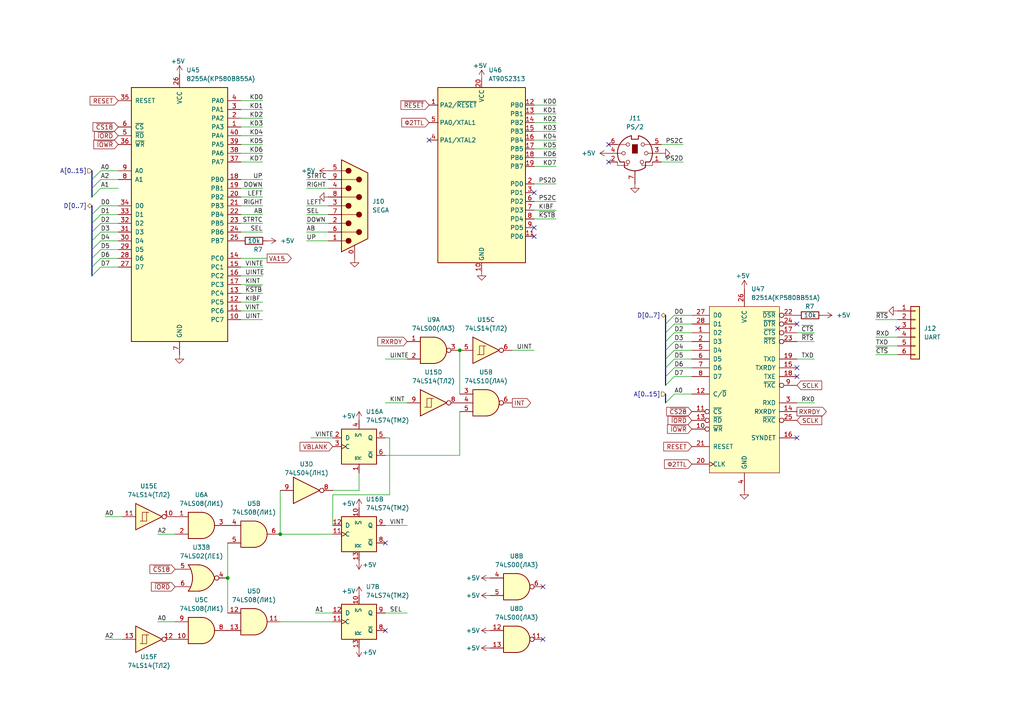
<source format=kicad_sch>
(kicad_sch (version 20230121) (generator eeschema)
  (paper "A4")
  (title_block (title "Pacific-80") (date "2023-10-11") (rev "2"))
  (lib_symbols
    (symbol "74xx:74LS00" (pin_names (offset 1.016))
      (property "Reference" "U" (at 0 1.27 0))
      (property "Value" "74LS00" (at 0 -1.27 0))
      (symbol "74LS00_1_1"
        (pin input line (at -7.62 2.54 0) (length 3.81) (name "~") (number "1"))
        (pin input line (at -7.62 -2.54 0) (length 3.81) (name "~") (number "2"))
        (pin output inverted (at 7.62 0 180) (length 3.81) (name "~") (number "3"))
      )
      (symbol "74LS00_1_2"
        (pin input inverted (at -7.62 2.54 0) (length 4.318) (name "~") (number "1"))
        (pin input inverted (at -7.62 -2.54 0) (length 4.318) (name "~") (number "2"))
        (pin output line (at 7.62 0 180) (length 3.81) (name "~") (number "3"))
      )
      (symbol "74LS00_2_1"
        (pin input line (at -7.62 2.54 0) (length 3.81) (name "~") (number "4"))
        (pin input line (at -7.62 -2.54 0) (length 3.81) (name "~") (number "5"))
        (pin output inverted (at 7.62 0 180) (length 3.81) (name "~") (number "6"))
      )
      (symbol "74LS00_2_2"
        (pin input inverted (at -7.62 2.54 0) (length 4.318) (name "~") (number "4"))
        (pin input inverted (at -7.62 -2.54 0) (length 4.318) (name "~") (number "5"))
        (pin output line (at 7.62 0 180) (length 3.81) (name "~") (number "6"))
      )
      (symbol "74LS00_3_1"
        (pin input line (at -7.62 -2.54 0) (length 3.81) (name "~") (number "10"))
        (pin output inverted (at 7.62 0 180) (length 3.81) (name "~") (number "8"))
        (pin input line (at -7.62 2.54 0) (length 3.81) (name "~") (number "9"))
      )
      (symbol "74LS00_3_2"
        (pin input inverted (at -7.62 -2.54 0) (length 4.318) (name "~") (number "10"))
        (pin output line (at 7.62 0 180) (length 3.81) (name "~") (number "8"))
        (pin input inverted (at -7.62 2.54 0) (length 4.318) (name "~") (number "9"))
      )
      (symbol "74LS00_4_1"
        (pin output inverted (at 7.62 0 180) (length 3.81) (name "~") (number "11"))
        (pin input line (at -7.62 2.54 0) (length 3.81) (name "~") (number "12"))
        (pin input line (at -7.62 -2.54 0) (length 3.81) (name "~") (number "13"))
      )
      (symbol "74LS00_4_2"
        (pin output line (at 7.62 0 180) (length 3.81) (name "~") (number "11"))
        (pin input inverted (at -7.62 2.54 0) (length 4.318) (name "~") (number "12"))
        (pin input inverted (at -7.62 -2.54 0) (length 4.318) (name "~") (number "13"))
      )
      (symbol "74LS00_5_0"
        (pin power_in line (at 0 12.7 270) (length 5.08) (name "VCC") (number "14"))
        (pin power_in line (at 0 -12.7 90) (length 5.08) (name "GND") (number "7"))
      )
    )
    (symbol "74xx:74LS02" (pin_names (offset 1.016))
      (property "Reference" "U" (at 0 1.27 0))
      (property "Value" "74LS02" (at 0 -1.27 0))
      (symbol "74LS02_1_1"
        (pin output inverted (at 7.62 0 180) (length 3.81) (name "~") (number "1"))
        (pin input line (at -7.62 2.54 0) (length 4.318) (name "~") (number "2"))
        (pin input line (at -7.62 -2.54 0) (length 4.318) (name "~") (number "3"))
      )
      (symbol "74LS02_1_2"
        (pin output line (at 7.62 0 180) (length 3.81) (name "~") (number "1"))
        (pin input inverted (at -7.62 2.54 0) (length 3.81) (name "~") (number "2"))
        (pin input inverted (at -7.62 -2.54 0) (length 3.81) (name "~") (number "3"))
      )
      (symbol "74LS02_2_1"
        (pin output inverted (at 7.62 0 180) (length 3.81) (name "~") (number "4"))
        (pin input line (at -7.62 2.54 0) (length 4.318) (name "~") (number "5"))
        (pin input line (at -7.62 -2.54 0) (length 4.318) (name "~") (number "6"))
      )
      (symbol "74LS02_2_2"
        (pin output line (at 7.62 0 180) (length 3.81) (name "~") (number "4"))
        (pin input inverted (at -7.62 2.54 0) (length 3.81) (name "~") (number "5"))
        (pin input inverted (at -7.62 -2.54 0) (length 3.81) (name "~") (number "6"))
      )
      (symbol "74LS02_3_1"
        (pin output inverted (at 7.62 0 180) (length 3.81) (name "~") (number "10"))
        (pin input line (at -7.62 2.54 0) (length 4.318) (name "~") (number "8"))
        (pin input line (at -7.62 -2.54 0) (length 4.318) (name "~") (number "9"))
      )
      (symbol "74LS02_3_2"
        (pin output line (at 7.62 0 180) (length 3.81) (name "~") (number "10"))
        (pin input inverted (at -7.62 2.54 0) (length 3.81) (name "~") (number "8"))
        (pin input inverted (at -7.62 -2.54 0) (length 3.81) (name "~") (number "9"))
      )
      (symbol "74LS02_4_1"
        (pin input line (at -7.62 2.54 0) (length 4.318) (name "~") (number "11"))
        (pin input line (at -7.62 -2.54 0) (length 4.318) (name "~") (number "12"))
        (pin output inverted (at 7.62 0 180) (length 3.81) (name "~") (number "13"))
      )
      (symbol "74LS02_4_2"
        (pin input inverted (at -7.62 2.54 0) (length 3.81) (name "~") (number "11"))
        (pin input inverted (at -7.62 -2.54 0) (length 3.81) (name "~") (number "12"))
        (pin output line (at 7.62 0 180) (length 3.81) (name "~") (number "13"))
      )
      (symbol "74LS02_5_0"
        (pin power_in line (at 0 12.7 270) (length 5.08) (name "VCC") (number "14"))
        (pin power_in line (at 0 -12.7 90) (length 5.08) (name "GND") (number "7"))
      )
    )
    (symbol "74xx:74LS04"
      (property "Reference" "U" (at 0 1.27 0))
      (property "Value" "74LS04" (at 0 -1.27 0))
      (symbol "74LS04_1_0"
        (pin input line (at -7.62 0 0) (length 3.81) (name "~") (number "1"))
        (pin output inverted (at 7.62 0 180) (length 3.81) (name "~") (number "2"))
      )
      (symbol "74LS04_2_0"
        (pin input line (at -7.62 0 0) (length 3.81) (name "~") (number "3"))
        (pin output inverted (at 7.62 0 180) (length 3.81) (name "~") (number "4"))
      )
      (symbol "74LS04_3_0"
        (pin input line (at -7.62 0 0) (length 3.81) (name "~") (number "5"))
        (pin output inverted (at 7.62 0 180) (length 3.81) (name "~") (number "6"))
      )
      (symbol "74LS04_4_0"
        (pin output inverted (at 7.62 0 180) (length 3.81) (name "~") (number "8"))
        (pin input line (at -7.62 0 0) (length 3.81) (name "~") (number "9"))
      )
      (symbol "74LS04_5_0"
        (pin output inverted (at 7.62 0 180) (length 3.81) (name "~") (number "10"))
        (pin input line (at -7.62 0 0) (length 3.81) (name "~") (number "11"))
      )
      (symbol "74LS04_6_0"
        (pin output inverted (at 7.62 0 180) (length 3.81) (name "~") (number "12"))
        (pin input line (at -7.62 0 0) (length 3.81) (name "~") (number "13"))
      )
      (symbol "74LS04_7_0"
        (pin power_in line (at 0 12.7 270) (length 5.08) (name "VCC") (number "14"))
        (pin power_in line (at 0 -12.7 90) (length 5.08) (name "GND") (number "7"))
      )
    )
    (symbol "74xx:74LS08" (pin_names (offset 1.016))
      (property "Reference" "U" (at 0 1.27 0))
      (property "Value" "74LS08" (at 0 -1.27 0))
      (symbol "74LS08_1_1"
        (pin input line (at -7.62 2.54 0) (length 3.81) (name "~") (number "1"))
        (pin input line (at -7.62 -2.54 0) (length 3.81) (name "~") (number "2"))
        (pin output line (at 7.62 0 180) (length 3.81) (name "~") (number "3"))
      )
      (symbol "74LS08_1_2"
        (pin input inverted (at -7.62 2.54 0) (length 4.318) (name "~") (number "1"))
        (pin input inverted (at -7.62 -2.54 0) (length 4.318) (name "~") (number "2"))
        (pin output inverted (at 7.62 0 180) (length 3.81) (name "~") (number "3"))
      )
      (symbol "74LS08_2_1"
        (pin input line (at -7.62 2.54 0) (length 3.81) (name "~") (number "4"))
        (pin input line (at -7.62 -2.54 0) (length 3.81) (name "~") (number "5"))
        (pin output line (at 7.62 0 180) (length 3.81) (name "~") (number "6"))
      )
      (symbol "74LS08_2_2"
        (pin input inverted (at -7.62 2.54 0) (length 4.318) (name "~") (number "4"))
        (pin input inverted (at -7.62 -2.54 0) (length 4.318) (name "~") (number "5"))
        (pin output inverted (at 7.62 0 180) (length 3.81) (name "~") (number "6"))
      )
      (symbol "74LS08_3_1"
        (pin input line (at -7.62 -2.54 0) (length 3.81) (name "~") (number "10"))
        (pin output line (at 7.62 0 180) (length 3.81) (name "~") (number "8"))
        (pin input line (at -7.62 2.54 0) (length 3.81) (name "~") (number "9"))
      )
      (symbol "74LS08_3_2"
        (pin input inverted (at -7.62 -2.54 0) (length 4.318) (name "~") (number "10"))
        (pin output inverted (at 7.62 0 180) (length 3.81) (name "~") (number "8"))
        (pin input inverted (at -7.62 2.54 0) (length 4.318) (name "~") (number "9"))
      )
      (symbol "74LS08_4_1"
        (pin output line (at 7.62 0 180) (length 3.81) (name "~") (number "11"))
        (pin input line (at -7.62 2.54 0) (length 3.81) (name "~") (number "12"))
        (pin input line (at -7.62 -2.54 0) (length 3.81) (name "~") (number "13"))
      )
      (symbol "74LS08_4_2"
        (pin output inverted (at 7.62 0 180) (length 3.81) (name "~") (number "11"))
        (pin input inverted (at -7.62 2.54 0) (length 4.318) (name "~") (number "12"))
        (pin input inverted (at -7.62 -2.54 0) (length 4.318) (name "~") (number "13"))
      )
      (symbol "74LS08_5_0"
        (pin power_in line (at 0 12.7 270) (length 5.08) (name "VCC") (number "14"))
        (pin power_in line (at 0 -12.7 90) (length 5.08) (name "GND") (number "7"))
      )
    )
    (symbol "74xx:74LS10" (pin_names (offset 1.016))
      (property "Reference" "U" (at 0 1.27 0))
      (property "Value" "74LS10" (at 0 -1.27 0))
      (symbol "74LS10_1_1"
        (pin input line (at -7.62 2.54 0) (length 3.81) (name "~") (number "1"))
        (pin output inverted (at 7.62 0 180) (length 3.81) (name "~") (number "12"))
        (pin input line (at -7.62 -2.54 0) (length 3.81) (name "~") (number "13"))
        (pin input line (at -7.62 0 0) (length 3.81) (name "~") (number "2"))
      )
      (symbol "74LS10_1_2"
        (pin input inverted (at -7.62 2.54 0) (length 4.318) (name "~") (number "1"))
        (pin output line (at 7.62 0 180) (length 3.81) (name "~") (number "12"))
        (pin input inverted (at -7.62 -2.54 0) (length 4.318) (name "~") (number "13"))
        (pin input inverted (at -7.62 0 0) (length 4.953) (name "~") (number "2"))
      )
      (symbol "74LS10_2_1"
        (pin input line (at -7.62 2.54 0) (length 3.81) (name "~") (number "3"))
        (pin input line (at -7.62 0 0) (length 3.81) (name "~") (number "4"))
        (pin input line (at -7.62 -2.54 0) (length 3.81) (name "~") (number "5"))
        (pin output inverted (at 7.62 0 180) (length 3.81) (name "~") (number "6"))
      )
      (symbol "74LS10_2_2"
        (pin input inverted (at -7.62 2.54 0) (length 4.318) (name "~") (number "3"))
        (pin input inverted (at -7.62 0 0) (length 4.953) (name "~") (number "4"))
        (pin input inverted (at -7.62 -2.54 0) (length 4.318) (name "~") (number "5"))
        (pin output line (at 7.62 0 180) (length 3.81) (name "~") (number "6"))
      )
      (symbol "74LS10_3_1"
        (pin input line (at -7.62 0 0) (length 3.81) (name "~") (number "10"))
        (pin input line (at -7.62 -2.54 0) (length 3.81) (name "~") (number "11"))
        (pin output inverted (at 7.62 0 180) (length 3.81) (name "~") (number "8"))
        (pin input line (at -7.62 2.54 0) (length 3.81) (name "~") (number "9"))
      )
      (symbol "74LS10_3_2"
        (pin input inverted (at -7.62 0 0) (length 4.953) (name "~") (number "10"))
        (pin input inverted (at -7.62 -2.54 0) (length 4.318) (name "~") (number "11"))
        (pin output line (at 7.62 0 180) (length 3.81) (name "~") (number "8"))
        (pin input inverted (at -7.62 2.54 0) (length 4.318) (name "~") (number "9"))
      )
      (symbol "74LS10_4_0"
        (pin power_in line (at 0 12.7 270) (length 5.08) (name "VCC") (number "14"))
        (pin power_in line (at 0 -12.7 90) (length 5.08) (name "GND") (number "7"))
      )
    )
    (symbol "74xx:74LS14" (pin_names (offset 1.016))
      (property "Reference" "U" (at 0 1.27 0))
      (property "Value" "74LS14" (at 0 -1.27 0))
      (symbol "74LS14_1_0"
        (pin input line (at -7.62 0 0) (length 3.81) (name "~") (number "1"))
        (pin output inverted (at 7.62 0 180) (length 3.81) (name "~") (number "2"))
      )
      (symbol "74LS14_2_0"
        (pin input line (at -7.62 0 0) (length 3.81) (name "~") (number "3"))
        (pin output inverted (at 7.62 0 180) (length 3.81) (name "~") (number "4"))
      )
      (symbol "74LS14_3_0"
        (pin input line (at -7.62 0 0) (length 3.81) (name "~") (number "5"))
        (pin output inverted (at 7.62 0 180) (length 3.81) (name "~") (number "6"))
      )
      (symbol "74LS14_4_0"
        (pin output inverted (at 7.62 0 180) (length 3.81) (name "~") (number "8"))
        (pin input line (at -7.62 0 0) (length 3.81) (name "~") (number "9"))
      )
      (symbol "74LS14_5_0"
        (pin output inverted (at 7.62 0 180) (length 3.81) (name "~") (number "10"))
        (pin input line (at -7.62 0 0) (length 3.81) (name "~") (number "11"))
      )
      (symbol "74LS14_6_0"
        (pin output inverted (at 7.62 0 180) (length 3.81) (name "~") (number "12"))
        (pin input line (at -7.62 0 0) (length 3.81) (name "~") (number "13"))
      )
      (symbol "74LS14_7_0"
        (pin power_in line (at 0 12.7 270) (length 5.08) (name "VCC") (number "14"))
        (pin power_in line (at 0 -12.7 90) (length 5.08) (name "GND") (number "7"))
      )
    )
    (symbol "74xx:74LS74" (pin_names (offset 1.016))
      (property "Reference" "U" (at -7.62 8.89 0))
      (property "Value" "74LS74" (at -7.62 -8.89 0))
      (symbol "74LS74_1_0"
        (pin input line (at 0 -7.62 90) (length 2.54) (name "~{R}") (number "1"))
        (pin input line (at -7.62 2.54 0) (length 2.54) (name "D") (number "2"))
        (pin input clock (at -7.62 0 0) (length 2.54) (name "C") (number "3"))
        (pin input line (at 0 7.62 270) (length 2.54) (name "~{S}") (number "4"))
        (pin output line (at 7.62 2.54 180) (length 2.54) (name "Q") (number "5"))
        (pin output line (at 7.62 -2.54 180) (length 2.54) (name "~{Q}") (number "6"))
      )
      (symbol "74LS74_2_0"
        (pin input line (at 0 7.62 270) (length 2.54) (name "~{S}") (number "10"))
        (pin input clock (at -7.62 0 0) (length 2.54) (name "C") (number "11"))
        (pin input line (at -7.62 2.54 0) (length 2.54) (name "D") (number "12"))
        (pin input line (at 0 -7.62 90) (length 2.54) (name "~{R}") (number "13"))
        (pin output line (at 7.62 -2.54 180) (length 2.54) (name "~{Q}") (number "8"))
        (pin output line (at 7.62 2.54 180) (length 2.54) (name "Q") (number "9"))
      )
      (symbol "74LS74_3_0"
        (pin power_in line (at 0 10.16 270) (length 2.54) (name "VCC") (number "14"))
        (pin power_in line (at 0 -10.16 90) (length 2.54) (name "GND") (number "7"))
      )
    )
    (symbol "Connector:DE9_Plug_MountingHoles" (pin_names (offset 1.016) hide)
      (property "Reference" "J" (at 0 16.51 0))
      (property "Value" "DE9_Plug_MountingHoles" (at 0 14.605 0))
      (symbol "DE9_Plug_MountingHoles_1_1"
        (pin passive line (at 0 -15.24 90) (length 3.81) (name "PAD") (number "0"))
        (pin passive line (at -7.62 -10.16 0) (length 3.81) (name "1") (number "1"))
        (pin passive line (at -7.62 -5.08 0) (length 3.81) (name "2") (number "2"))
        (pin passive line (at -7.62 0 0) (length 3.81) (name "3") (number "3"))
        (pin passive line (at -7.62 5.08 0) (length 3.81) (name "4") (number "4"))
        (pin passive line (at -7.62 10.16 0) (length 3.81) (name "5") (number "5"))
        (pin passive line (at -7.62 -7.62 0) (length 3.81) (name "6") (number "6"))
        (pin passive line (at -7.62 -2.54 0) (length 3.81) (name "7") (number "7"))
        (pin passive line (at -7.62 2.54 0) (length 3.81) (name "8") (number "8"))
        (pin passive line (at -7.62 7.62 0) (length 3.81) (name "9") (number "9"))
      )
    )
    (symbol "Connector:Mini-DIN-6" (pin_names (offset 1.016))
      (property "Reference" "J5" (at 0.0177 10.16 0))
      (property "Value" "PS/2" (at 0.0177 7.62 0))
      (symbol "Mini-DIN-6_1_1"
        (pin passive line (at 7.62 -2.54 180) (length 2.54) (name "~") (number "1"))
        (pin passive line (at -7.62 -2.54 0) (length 2.54) (name "~") (number "2"))
        (pin passive line (at 7.62 0 180) (length 2.54) (name "~") (number "3"))
        (pin passive line (at -7.62 0 0) (length 2.54) (name "~") (number "4"))
        (pin passive line (at 7.62 2.54 180) (length 2.54) (name "~") (number "5"))
        (pin passive line (at -7.62 2.54 0) (length 2.54) (name "~") (number "6"))
        (pin passive line (at 0 -8.89 90) (length 3.81) (name "~") (number "7"))
      )
    )
    (symbol "Connector_Generic:Conn_01x06" (pin_names (offset 1.016) hide)
      (property "Reference" "J" (at 0 7.62 0))
      (property "Value" "Conn_01x06" (at 0 -10.16 0))
      (symbol "Conn_01x06_1_1"
        (pin passive line (at -5.08 5.08 0) (length 3.81) (name "Pin_1") (number "1"))
        (pin passive line (at -5.08 2.54 0) (length 3.81) (name "Pin_2") (number "2"))
        (pin passive line (at -5.08 0 0) (length 3.81) (name "Pin_3") (number "3"))
        (pin passive line (at -5.08 -2.54 0) (length 3.81) (name "Pin_4") (number "4"))
        (pin passive line (at -5.08 -5.08 0) (length 3.81) (name "Pin_5") (number "5"))
        (pin passive line (at -5.08 -7.62 0) (length 3.81) (name "Pin_6") (number "6"))
      )
    )
    (symbol "Device:R" (pin_numbers hide) (pin_names (offset 0))
      (property "Reference" "R" (at 2.032 0 90))
      (property "Value" "R" (at 0 0 90))
      (symbol "R_1_1"
        (pin passive line (at 0 3.81 270) (length 1.27) (name "~") (number "1"))
        (pin passive line (at 0 -3.81 90) (length 1.27) (name "~") (number "2"))
      )
    )
    (symbol "Interface:8255A" (pin_names (offset 1.016))
      (property "Reference" "U" (at -13.97 38.1 0))
      (property "Value" "8255A" (at 8.89 38.1 0))
      (symbol "8255A_1_1"
        (pin bidirectional line (at 17.78 25.4 180) (length 3.81) (name "PA3") (number "1"))
        (pin bidirectional line (at 17.78 -30.48 180) (length 3.81) (name "PC7") (number "10"))
        (pin bidirectional line (at 17.78 -27.94 180) (length 3.81) (name "PC6") (number "11"))
        (pin bidirectional line (at 17.78 -25.4 180) (length 3.81) (name "PC5") (number "12"))
        (pin bidirectional line (at 17.78 -22.86 180) (length 3.81) (name "PC4") (number "13"))
        (pin bidirectional line (at 17.78 -12.7 180) (length 3.81) (name "PC0") (number "14"))
        (pin bidirectional line (at 17.78 -15.24 180) (length 3.81) (name "PC1") (number "15"))
        (pin bidirectional line (at 17.78 -17.78 180) (length 3.81) (name "PC2") (number "16"))
        (pin bidirectional line (at 17.78 -20.32 180) (length 3.81) (name "PC3") (number "17"))
        (pin bidirectional line (at 17.78 10.16 180) (length 3.81) (name "PB0") (number "18"))
        (pin bidirectional line (at 17.78 7.62 180) (length 3.81) (name "PB1") (number "19"))
        (pin bidirectional line (at 17.78 27.94 180) (length 3.81) (name "PA2") (number "2"))
        (pin bidirectional line (at 17.78 5.08 180) (length 3.81) (name "PB2") (number "20"))
        (pin bidirectional line (at 17.78 2.54 180) (length 3.81) (name "PB3") (number "21"))
        (pin bidirectional line (at 17.78 0 180) (length 3.81) (name "PB4") (number "22"))
        (pin bidirectional line (at 17.78 -2.54 180) (length 3.81) (name "PB5") (number "23"))
        (pin bidirectional line (at 17.78 -5.08 180) (length 3.81) (name "PB6") (number "24"))
        (pin bidirectional line (at 17.78 -7.62 180) (length 3.81) (name "PB7") (number "25"))
        (pin power_in line (at 0 40.64 270) (length 3.81) (name "VCC") (number "26"))
        (pin bidirectional line (at -17.78 -15.24 0) (length 3.81) (name "D7") (number "27"))
        (pin bidirectional line (at -17.78 -12.7 0) (length 3.81) (name "D6") (number "28"))
        (pin bidirectional line (at -17.78 -10.16 0) (length 3.81) (name "D5") (number "29"))
        (pin bidirectional line (at 17.78 30.48 180) (length 3.81) (name "PA1") (number "3"))
        (pin bidirectional line (at -17.78 -7.62 0) (length 3.81) (name "D4") (number "30"))
        (pin bidirectional line (at -17.78 -5.08 0) (length 3.81) (name "D3") (number "31"))
        (pin bidirectional line (at -17.78 -2.54 0) (length 3.81) (name "D2") (number "32"))
        (pin bidirectional line (at -17.78 0 0) (length 3.81) (name "D1") (number "33"))
        (pin bidirectional line (at -17.78 2.54 0) (length 3.81) (name "D0") (number "34"))
        (pin input line (at -17.78 33.02 0) (length 3.81) (name "RESET") (number "35"))
        (pin input line (at -17.78 20.32 0) (length 3.81) (name "~{WR}") (number "36"))
        (pin bidirectional line (at 17.78 15.24 180) (length 3.81) (name "PA7") (number "37"))
        (pin bidirectional line (at 17.78 17.78 180) (length 3.81) (name "PA6") (number "38"))
        (pin bidirectional line (at 17.78 20.32 180) (length 3.81) (name "PA5") (number "39"))
        (pin bidirectional line (at 17.78 33.02 180) (length 3.81) (name "PA0") (number "4"))
        (pin bidirectional line (at 17.78 22.86 180) (length 3.81) (name "PA4") (number "40"))
        (pin input line (at -17.78 22.86 0) (length 3.81) (name "~{RD}") (number "5"))
        (pin input line (at -17.78 25.4 0) (length 3.81) (name "~{CS}") (number "6"))
        (pin power_in line (at 0 -40.64 90) (length 3.81) (name "GND") (number "7"))
        (pin input line (at -17.78 10.16 0) (length 3.81) (name "A1") (number "8"))
        (pin input line (at -17.78 12.7 0) (length 3.81) (name "A0") (number "9"))
      )
    )
    (symbol "Library:8251A" (pin_names (offset 1.016))
      (property "Reference" "U3" (at -10.16 27.94 0))
      (property "Value" "8251A(КР580ВВ51А)" (at -25.4 25.4 0))
      (symbol "8251A_1_1"
        (pin bidirectional line (at -15.24 16.51 0) (length 5.08) (name "D2") (number "1"))
        (pin input inverted (at -15.24 -11.43 0) (length 5.08) (name "~{WR}") (number "10"))
        (pin input inverted (at -15.24 -6.35 0) (length 5.08) (name "~{CS}") (number "11"))
        (pin input line (at -15.24 -1.27 0) (length 5.08) (name "C/~{D}") (number "12"))
        (pin input inverted (at -15.24 -8.89 0) (length 5.08) (name "~{RD}") (number "13"))
        (pin output line (at 15.24 -6.35 180) (length 5.08) (name "RXRDY") (number "14"))
        (pin output line (at 15.24 6.35 180) (length 5.08) (name "TXRDY") (number "15"))
        (pin bidirectional line (at 15.24 -13.97 180) (length 5.08) (name "SYNDET") (number "16"))
        (pin input inverted (at 15.24 16.51 180) (length 5.08) (name "~{CTS}") (number "17"))
        (pin output line (at 15.24 3.81 180) (length 5.08) (name "TXE") (number "18"))
        (pin output line (at 15.24 8.89 180) (length 5.08) (name "TXD") (number "19"))
        (pin bidirectional line (at -15.24 13.97 0) (length 5.08) (name "D3") (number "2"))
        (pin input clock (at -15.24 -21.59 0) (length 5.08) (name "CLK") (number "20"))
        (pin input line (at -15.24 -16.51 0) (length 5.08) (name "RESET") (number "21"))
        (pin input inverted (at 15.24 21.59 180) (length 5.08) (name "~{DSR}") (number "22"))
        (pin output inverted (at 15.24 13.97 180) (length 5.08) (name "~{RTS}") (number "23"))
        (pin output inverted (at 15.24 19.05 180) (length 5.08) (name "~{DTR}") (number "24"))
        (pin input inverted (at 15.24 -8.89 180) (length 5.08) (name "~{RXC}") (number "25"))
        (pin power_in line (at 0 29.21 270) (length 5.08) (name "VCC") (number "26"))
        (pin bidirectional line (at -15.24 21.59 0) (length 5.08) (name "D0") (number "27"))
        (pin bidirectional line (at -15.24 19.05 0) (length 5.08) (name "D1") (number "28"))
        (pin input line (at 15.24 -3.81 180) (length 5.08) (name "RXD") (number "3"))
        (pin power_in line (at 0 -29.21 90) (length 5.08) (name "GND") (number "4"))
        (pin bidirectional line (at -15.24 11.43 0) (length 5.08) (name "D4") (number "5"))
        (pin bidirectional line (at -15.24 8.89 0) (length 5.08) (name "D5") (number "6"))
        (pin bidirectional line (at -15.24 6.35 0) (length 5.08) (name "D6") (number "7"))
        (pin bidirectional line (at -15.24 3.81 0) (length 5.08) (name "D7") (number "8"))
        (pin input inverted (at 15.24 1.27 180) (length 5.08) (name "~{TXC}") (number "9"))
      )
    )
    (symbol "MCU_Microchip_ATtiny:ATtiny2313V-10P"
      (property "Reference" "U" (at -12.7 26.67 0))
      (property "Value" "ATtiny2313V-10P" (at 2.54 -26.67 0))
      (symbol "ATtiny2313V-10P_1_1"
        (pin bidirectional line (at -15.24 20.32 0) (length 2.54) (name "PA2/~{RESET}") (number "1"))
        (pin power_in line (at 0 -27.94 90) (length 2.54) (name "GND") (number "10"))
        (pin bidirectional line (at 15.24 -17.78 180) (length 2.54) (name "PD6") (number "11"))
        (pin bidirectional line (at 15.24 20.32 180) (length 2.54) (name "PB0") (number "12"))
        (pin bidirectional line (at 15.24 17.78 180) (length 2.54) (name "PB1") (number "13"))
        (pin bidirectional line (at 15.24 15.24 180) (length 2.54) (name "PB2") (number "14"))
        (pin bidirectional line (at 15.24 12.7 180) (length 2.54) (name "PB3") (number "15"))
        (pin bidirectional line (at 15.24 10.16 180) (length 2.54) (name "PB4") (number "16"))
        (pin bidirectional line (at 15.24 7.62 180) (length 2.54) (name "PB5") (number "17"))
        (pin bidirectional line (at 15.24 5.08 180) (length 2.54) (name "PB6") (number "18"))
        (pin bidirectional line (at 15.24 2.54 180) (length 2.54) (name "PB7") (number "19"))
        (pin bidirectional line (at 15.24 -2.54 180) (length 2.54) (name "PD0") (number "2"))
        (pin power_in line (at 0 27.94 270) (length 2.54) (name "VCC") (number "20"))
        (pin bidirectional line (at 15.24 -5.08 180) (length 2.54) (name "PD1") (number "3"))
        (pin bidirectional line (at -15.24 10.16 0) (length 2.54) (name "PA1/XTAL2") (number "4"))
        (pin bidirectional line (at -15.24 15.24 0) (length 2.54) (name "PA0/XTAL1") (number "5"))
        (pin bidirectional line (at 15.24 -7.62 180) (length 2.54) (name "PD2") (number "6"))
        (pin bidirectional line (at 15.24 -10.16 180) (length 2.54) (name "PD3") (number "7"))
        (pin bidirectional line (at 15.24 -12.7 180) (length 2.54) (name "PD4") (number "8"))
        (pin bidirectional line (at 15.24 -15.24 180) (length 2.54) (name "PD5") (number "9"))
      )
    )
    (symbol "power:+5V" (power) (pin_names (offset 0))
      (property "Value" "+5V" (at 0 3.556 0))
      (symbol "+5V_1_1"
        (pin power_in line (at 0 0 90) (length 0) hide (name "+5V") (number "1"))
      )
    )
    (symbol "power:GND" (power) (pin_names (offset 0))
      (property "Value" "GND" (at 0 -3.81 0))
      (symbol "GND_1_1"
        (pin power_in line (at 0 0 270) (length 0) hide (name "GND") (number "1"))
      )
    )
  )
  (junction (at 66.04 167.64))
  (junction (at 81.28 154.94))
  (junction (at 133.35 101.6))
  (no_connect (at 111.76 157.48))
  (no_connect (at 157.48 170.18))
  (no_connect (at 111.76 182.88))
  (no_connect (at 154.94 68.58))
  (no_connect (at 154.94 66.04))
  (no_connect (at 124.46 40.64))
  (no_connect (at 154.94 55.88))
  (no_connect (at 231.14 127))
  (no_connect (at 176.53 46.99))
  (no_connect (at 157.48 185.42))
  (no_connect (at 260.35 95.25))
  (no_connect (at 231.14 106.68))
  (no_connect (at 231.14 109.22))
  (no_connect (at 176.53 41.91))
  (no_connect (at 231.14 93.98))
  (bus_entry (at 195.58 99.06) (size -2.54 2.54))
  (bus_entry (at 195.58 101.6) (size -2.54 2.54))
  (bus_entry (at 29.21 67.31) (size -2.54 2.54))
  (bus_entry (at 29.21 72.39) (size -2.54 2.54))
  (bus_entry (at 29.21 54.61) (size -2.54 2.54))
  (bus_entry (at 29.21 52.07) (size -2.54 2.54))
  (bus_entry (at 29.21 77.47) (size -2.54 2.54))
  (bus_entry (at 195.58 106.68) (size -2.54 2.54))
  (bus_entry (at 195.58 104.14) (size -2.54 2.54))
  (bus_entry (at 29.21 59.69) (size -2.54 2.54))
  (bus_entry (at 29.21 64.77) (size -2.54 2.54))
  (bus_entry (at 29.21 62.23) (size -2.54 2.54))
  (bus_entry (at 195.58 91.44) (size -2.54 2.54))
  (bus_entry (at 195.58 93.98) (size -2.54 2.54))
  (bus_entry (at 29.21 49.53) (size -2.54 2.54))
  (bus_entry (at 29.21 74.93) (size -2.54 2.54))
  (bus_entry (at 195.58 114.3) (size -2.54 2.54))
  (bus_entry (at 29.21 69.85) (size -2.54 2.54))
  (bus_entry (at 195.58 96.52) (size -2.54 2.54))
  (bus_entry (at 195.58 109.22) (size -2.54 2.54))
  (wire (pts (xy 191.77 46.99) (xy 198.12 46.99)))
  (wire (pts (xy 113.03 143.51) (xy 113.03 127)))
  (wire (pts (xy 66.04 157.48) (xy 66.04 167.64)))
  (wire (pts (xy 231.14 96.52) (xy 236.22 96.52)))
  (wire (pts (xy 29.21 77.47) (xy 34.29 77.47)))
  (bus (pts (xy 193.04 99.06) (xy 193.04 101.6)))
  (bus (pts (xy 193.04 93.98) (xy 193.04 96.52)))
  (wire (pts (xy 45.72 180.34) (xy 50.8 180.34)))
  (wire (pts (xy 154.94 35.56) (xy 161.29 35.56)))
  (wire (pts (xy 195.58 93.98) (xy 200.66 93.98)))
  (wire (pts (xy 69.85 36.83) (xy 76.2 36.83)))
  (wire (pts (xy 91.44 177.8) (xy 96.52 177.8)))
  (wire (pts (xy 30.48 185.42) (xy 35.56 185.42)))
  (wire (pts (xy 69.85 90.17) (xy 76.2 90.17)))
  (wire (pts (xy 29.21 74.93) (xy 34.29 74.93)))
  (wire (pts (xy 231.14 116.84) (xy 236.22 116.84)))
  (wire (pts (xy 154.94 48.26) (xy 161.29 48.26)))
  (wire (pts (xy 69.85 29.21) (xy 76.2 29.21)))
  (wire (pts (xy 69.85 54.61) (xy 76.2 54.61)))
  (bus (pts (xy 26.67 59.69) (xy 26.67 62.23)))
  (wire (pts (xy 231.14 104.14) (xy 236.22 104.14)))
  (wire (pts (xy 88.9 62.23) (xy 95.25 62.23)))
  (wire (pts (xy 45.72 154.94) (xy 50.8 154.94)))
  (bus (pts (xy 193.04 106.68) (xy 193.04 109.22)))
  (wire (pts (xy 254 100.33) (xy 260.35 100.33)))
  (wire (pts (xy 154.94 60.96) (xy 161.29 60.96)))
  (bus (pts (xy 26.67 69.85) (xy 26.67 72.39)))
  (wire (pts (xy 195.58 99.06) (xy 200.66 99.06)))
  (bus (pts (xy 26.67 64.77) (xy 26.67 67.31)))
  (wire (pts (xy 195.58 91.44) (xy 200.66 91.44)))
  (wire (pts (xy 195.58 96.52) (xy 200.66 96.52)))
  (wire (pts (xy 191.77 41.91) (xy 198.12 41.91)))
  (wire (pts (xy 29.21 62.23) (xy 34.29 62.23)))
  (wire (pts (xy 69.85 64.77) (xy 76.2 64.77)))
  (bus (pts (xy 26.67 74.93) (xy 26.67 77.47)))
  (wire (pts (xy 96.52 142.24) (xy 104.14 142.24)))
  (wire (pts (xy 69.85 39.37) (xy 76.2 39.37)))
  (wire (pts (xy 69.85 87.63) (xy 76.2 87.63)))
  (wire (pts (xy 195.58 104.14) (xy 200.66 104.14)))
  (wire (pts (xy 69.85 31.75) (xy 76.2 31.75)))
  (wire (pts (xy 111.76 152.4) (xy 118.11 152.4)))
  (wire (pts (xy 154.94 38.1) (xy 161.29 38.1)))
  (wire (pts (xy 29.21 49.53) (xy 34.29 49.53)))
  (wire (pts (xy 154.94 58.42) (xy 161.29 58.42)))
  (wire (pts (xy 154.94 30.48) (xy 161.29 30.48)))
  (bus (pts (xy 26.67 52.07) (xy 26.67 54.61)))
  (wire (pts (xy 195.58 101.6) (xy 200.66 101.6)))
  (wire (pts (xy 88.9 52.07) (xy 95.25 52.07)))
  (wire (pts (xy 88.9 54.61) (xy 95.25 54.61)))
  (wire (pts (xy 88.9 67.31) (xy 95.25 67.31)))
  (wire (pts (xy 111.76 104.14) (xy 118.11 104.14)))
  (wire (pts (xy 81.28 142.24) (xy 81.28 154.94)))
  (bus (pts (xy 193.04 114.3) (xy 193.04 116.84)))
  (wire (pts (xy 69.85 44.45) (xy 76.2 44.45)))
  (wire (pts (xy 81.28 154.94) (xy 96.52 154.94)))
  (wire (pts (xy 133.35 101.6) (xy 133.35 114.3)))
  (wire (pts (xy 231.14 99.06) (xy 236.22 99.06)))
  (wire (pts (xy 195.58 114.3) (xy 200.66 114.3)))
  (wire (pts (xy 69.85 46.99) (xy 76.2 46.99)))
  (wire (pts (xy 30.48 149.86) (xy 35.56 149.86)))
  (wire (pts (xy 69.85 62.23) (xy 76.2 62.23)))
  (wire (pts (xy 81.28 180.34) (xy 96.52 180.34)))
  (wire (pts (xy 154.94 33.02) (xy 161.29 33.02)))
  (bus (pts (xy 26.67 49.53) (xy 26.67 52.07)))
  (bus (pts (xy 26.67 54.61) (xy 26.67 57.15)))
  (wire (pts (xy 113.03 127) (xy 111.76 127)))
  (wire (pts (xy 111.76 132.08) (xy 133.35 132.08)))
  (wire (pts (xy 96.52 143.51) (xy 113.03 143.51)))
  (wire (pts (xy 29.21 64.77) (xy 34.29 64.77)))
  (bus (pts (xy 26.67 62.23) (xy 26.67 64.77)))
  (wire (pts (xy 154.94 63.5) (xy 161.29 63.5)))
  (wire (pts (xy 69.85 59.69) (xy 76.2 59.69)))
  (wire (pts (xy 69.85 80.01) (xy 76.2 80.01)))
  (wire (pts (xy 88.9 64.77) (xy 95.25 64.77)))
  (wire (pts (xy 254 97.79) (xy 260.35 97.79)))
  (wire (pts (xy 90.17 127) (xy 96.52 127)))
  (bus (pts (xy 26.67 72.39) (xy 26.67 74.93)))
  (wire (pts (xy 96.52 152.4) (xy 96.52 143.51)))
  (wire (pts (xy 69.85 92.71) (xy 76.2 92.71)))
  (wire (pts (xy 254 102.87) (xy 260.35 102.87)))
  (wire (pts (xy 77.47 74.93) (xy 69.85 74.93)))
  (wire (pts (xy 29.21 54.61) (xy 34.29 54.61)))
  (wire (pts (xy 69.85 34.29) (xy 76.2 34.29)))
  (wire (pts (xy 104.14 142.24) (xy 104.14 137.16)))
  (bus (pts (xy 193.04 91.44) (xy 193.04 93.98)))
  (wire (pts (xy 154.94 53.34) (xy 161.29 53.34)))
  (wire (pts (xy 88.9 59.69) (xy 95.25 59.69)))
  (bus (pts (xy 193.04 109.22) (xy 193.04 111.76)))
  (wire (pts (xy 29.21 67.31) (xy 34.29 67.31)))
  (wire (pts (xy 69.85 85.09) (xy 76.2 85.09)))
  (bus (pts (xy 193.04 101.6) (xy 193.04 104.14)))
  (wire (pts (xy 154.94 43.18) (xy 161.29 43.18)))
  (wire (pts (xy 69.85 41.91) (xy 76.2 41.91)))
  (wire (pts (xy 29.21 72.39) (xy 34.29 72.39)))
  (wire (pts (xy 111.76 177.8) (xy 118.11 177.8)))
  (wire (pts (xy 154.94 45.72) (xy 161.29 45.72)))
  (wire (pts (xy 154.94 40.64) (xy 161.29 40.64)))
  (wire (pts (xy 195.58 109.22) (xy 200.66 109.22)))
  (wire (pts (xy 69.85 52.07) (xy 76.2 52.07)))
  (wire (pts (xy 133.35 119.38) (xy 133.35 132.08)))
  (bus (pts (xy 26.67 77.47) (xy 26.67 80.01)))
  (wire (pts (xy 148.59 101.6) (xy 154.94 101.6)))
  (bus (pts (xy 193.04 96.52) (xy 193.04 99.06)))
  (wire (pts (xy 29.21 52.07) (xy 34.29 52.07)))
  (bus (pts (xy 193.04 104.14) (xy 193.04 106.68)))
  (wire (pts (xy 111.76 116.84) (xy 118.11 116.84)))
  (wire (pts (xy 29.21 69.85) (xy 34.29 69.85)))
  (wire (pts (xy 69.85 67.31) (xy 76.2 67.31)))
  (bus (pts (xy 26.67 67.31) (xy 26.67 69.85)))
  (wire (pts (xy 69.85 77.47) (xy 76.2 77.47)))
  (wire (pts (xy 69.85 57.15) (xy 76.2 57.15)))
  (wire (pts (xy 88.9 69.85) (xy 95.25 69.85)))
  (wire (pts (xy 254 92.71) (xy 260.35 92.71)))
  (wire (pts (xy 29.21 59.69) (xy 34.29 59.69)))
  (wire (pts (xy 195.58 106.68) (xy 200.66 106.68)))
  (wire (pts (xy 66.04 167.64) (xy 66.04 177.8)))
  (wire (pts (xy 69.85 82.55) (xy 76.2 82.55)))
  (label "LEFT" (at 88.9 59.69 0))
  (label "KD4" (at 157.48 40.64 0))
  (label "D2" (at 195.58 96.52 0))
  (label "UP" (at 76.2 52.07 180))
  (label "DOWN" (at 88.9 64.77 0))
  (label "D5" (at 195.58 104.14 0))
  (label "~{CTS}" (at 254 102.87 0))
  (label "VINT" (at 113.03 152.4 0))
  (label "D4" (at 195.58 101.6 0))
  (label "A0" (at 29.21 49.53 0))
  (label "AB" (at 88.9 67.31 0))
  (label "A1" (at 91.44 177.8 0))
  (label "D0" (at 195.58 91.44 0))
  (label "~{RTS}" (at 254 92.71 0))
  (label "A2" (at 45.72 154.94 0))
  (label "PS2C" (at 156.21 58.42 0))
  (label "D0" (at 29.21 59.69 0))
  (label "RIGHT" (at 76.2 59.69 180))
  (label "D5" (at 29.21 72.39 0))
  (label "~{KSTB}" (at 71.12 85.09 0))
  (label "VINTE" (at 91.44 127 0))
  (label "KD1" (at 157.48 33.02 0))
  (label "UINT" (at 71.12 92.71 0))
  (label "AB" (at 76.2 62.23 180))
  (label "~{KSTB}" (at 156.21 63.5 0))
  (label "KD6" (at 157.48 45.72 0))
  (label "KD7" (at 72.39 46.99 0))
  (label "PS2C" (at 193.04 41.91 0))
  (label "D7" (at 195.58 109.22 0))
  (label "A1" (at 29.21 54.61 0))
  (label "~{RTS}" (at 232.41 99.06 0))
  (label "KD5" (at 157.48 43.18 0))
  (label "SEL" (at 76.2 67.31 180))
  (label "KD0" (at 72.39 29.21 0))
  (label "KD4" (at 72.39 39.37 0))
  (label "RIGHT" (at 88.9 54.61 0))
  (label "TXD" (at 232.41 104.14 0))
  (label "D7" (at 29.21 77.47 0))
  (label "D3" (at 195.58 99.06 0))
  (label "A0" (at 195.58 114.3 0))
  (label "D1" (at 195.58 93.98 0))
  (label "TXD" (at 254 100.33 0))
  (label "KD7" (at 157.48 48.26 0))
  (label "KD2" (at 72.39 34.29 0))
  (label "A0" (at 30.48 149.86 0))
  (label "KD0" (at 157.48 30.48 0))
  (label "PS2D" (at 193.04 46.99 0))
  (label "KIBF" (at 156.21 60.96 0))
  (label "KD5" (at 72.39 41.91 0))
  (label "D6" (at 195.58 106.68 0))
  (label "A0" (at 45.72 180.34 0))
  (label "D2" (at 29.21 64.77 0))
  (label "VINTE" (at 71.12 77.47 0))
  (label "SEL" (at 88.9 62.23 0))
  (label "A2" (at 30.48 185.42 0))
  (label "KIBF" (at 71.12 87.63 0))
  (label "SEL" (at 113.03 177.8 0))
  (label "UINTE" (at 113.03 104.14 0))
  (label "KD3" (at 72.39 36.83 0))
  (label "UINTE" (at 71.12 80.01 0))
  (label "KD3" (at 157.48 38.1 0))
  (label "STRTC" (at 88.9 52.07 0))
  (label "UINT" (at 149.86 101.6 0))
  (label "PS2D" (at 156.21 53.34 0))
  (label "D4" (at 29.21 69.85 0))
  (label "DOWN" (at 76.2 54.61 180))
  (label "VINT" (at 71.12 90.17 0))
  (label "D3" (at 29.21 67.31 0))
  (label "KD6" (at 72.39 44.45 0))
  (label "UP" (at 88.9 69.85 0))
  (label "KD1" (at 72.39 31.75 0))
  (label "D6" (at 29.21 74.93 0))
  (label "KD2" (at 157.48 35.56 0))
  (label "RXD" (at 232.41 116.84 0))
  (label "STRTC" (at 76.2 64.77 180))
  (label "D1" (at 29.21 62.23 0))
  (label "KINT" (at 71.12 82.55 0))
  (label "KINT" (at 113.03 116.84 0))
  (label "~{CTS}" (at 232.41 96.52 0))
  (label "A2" (at 29.21 52.07 0))
  (label "LEFT" (at 76.2 57.15 180))
  (label "RXD" (at 254 97.79 0))
  (global_label "RESET" (shape input) (at 34.29 29.21 180) (property "Intersheetrefs" "${INTERSHEET_REFS}" (effects hide)))
  (global_label "~{IOWR}" (shape input) (at 200.66 124.46 180) (property "Intersheetrefs" "${INTERSHEET_REFS}" (effects hide)))
  (global_label "~{IORD}" (shape input) (at 34.29 39.37 180) (property "Intersheetrefs" "${INTERSHEET_REFS}" (effects hide)))
  (global_label "Ф2TTL" (shape input) (at 124.46 35.56 180) (property "Intersheetrefs" "${INTERSHEET_REFS}" (effects hide)))
  (global_label "~{RESET}" (shape input) (at 124.46 30.48 180) (property "Intersheetrefs" "${INTERSHEET_REFS}" (effects hide)))
  (global_label "SCLK" (shape input) (at 231.14 111.76 0) (property "Intersheetrefs" "${INTERSHEET_REFS}" (effects hide)))
  (global_label "VA15" (shape output) (at 77.47 74.93 0) (property "Intersheetrefs" "${INTERSHEET_REFS}" (effects hide)))
  (global_label "VBLANK" (shape input) (at 96.52 129.54 180) (property "Intersheetrefs" "${INTERSHEET_REFS}" (effects hide)))
  (global_label "~{CS18}" (shape input) (at 34.29 36.83 180) (property "Intersheetrefs" "${INTERSHEET_REFS}" (effects hide)))
  (global_label "~{IORD}" (shape input) (at 50.8 170.18 180) (property "Intersheetrefs" "${INTERSHEET_REFS}" (effects hide)))
  (global_label "~{CS18}" (shape input) (at 50.8 165.1 180) (property "Intersheetrefs" "${INTERSHEET_REFS}" (effects hide)))
  (global_label "~{IOWR}" (shape input) (at 34.29 41.91 180) (property "Intersheetrefs" "${INTERSHEET_REFS}" (effects hide)))
  (global_label "INT" (shape output) (at 148.59 116.84 0) (property "Intersheetrefs" "${INTERSHEET_REFS}" (effects hide)))
  (global_label "SCLK" (shape input) (at 231.14 121.92 0) (property "Intersheetrefs" "${INTERSHEET_REFS}" (effects hide)))
  (global_label "Ф2TTL" (shape input) (at 200.66 134.62 180) (property "Intersheetrefs" "${INTERSHEET_REFS}" (effects hide)))
  (global_label "~{IORD}" (shape input) (at 200.66 121.92 180) (property "Intersheetrefs" "${INTERSHEET_REFS}" (effects hide)))
  (global_label "RXRDY" (shape input) (at 118.11 99.06 180) (property "Intersheetrefs" "${INTERSHEET_REFS}" (effects hide)))
  (global_label "RESET" (shape input) (at 200.66 129.54 180) (property "Intersheetrefs" "${INTERSHEET_REFS}" (effects hide)))
  (global_label "~{CS28}" (shape input) (at 200.66 119.38 180) (property "Intersheetrefs" "${INTERSHEET_REFS}" (effects hide)))
  (global_label "RXRDY" (shape output) (at 231.14 119.38 0) (property "Intersheetrefs" "${INTERSHEET_REFS}" (effects hide)))
  (hierarchical_label "D[0..7]" (shape bidirectional) (at 26.67 59.69 180))
  (hierarchical_label "A[0..15]" (shape input) (at 193.04 114.3 180))
  (hierarchical_label "A[0..15]" (shape input) (at 26.67 49.53 180))
  (hierarchical_label "D[0..7]" (shape bidirectional) (at 193.04 91.44 180))
  (symbol (lib_id "power:+5V") (at 95.25 49.53 90) (unit 1)
    (property "Reference" "#PWR04" (effects hide))
    (property "Value" "+5V" (at 91.44 49.53 90) (effects (justify left)))
    (instances (project "pac80" (path "" (reference "#PWR04") (unit 1)) (path "" (reference "#PWR0116") (unit 1)) (path "" (reference "#PWR0273") (unit 1))))
  )
  (symbol (lib_id "74xx:74LS00") (at 149.86 170.18 0) (unit 2)
    (property "Reference" "U8" (at 149.8517 161.29 0))
    (property "Value" "74LS00(ЛА3)" (at 149.8517 163.83 0))
    (property "Footprint" "Package_DIP:DIP-14_W7.62mm" (effects hide))
    (property "Datasheet" "http://www.ti.com/lit/gpn/sn74ls00" (effects hide))
    (instances (project "pac80" (path "" (reference "U8") (unit 2)) (path "" (reference "U2") (unit 2)) (path "" (reference "U2") (unit 2)) (path "" (reference "U2") (unit 2))))
  )
  (symbol (lib_id "74xx:74LS08") (at 58.42 152.4 0) (unit 1)
    (property "Reference" "U6" (at 58.4117 143.51 0))
    (property "Value" "74LS08(ЛИ1)" (at 58.4117 146.05 0))
    (property "Footprint" "Package_DIP:DIP-14_W7.62mm" (effects hide))
    (property "Datasheet" "http://www.ti.com/lit/gpn/sn74LS08" (effects hide))
    (instances (project "pac80" (path "" (reference "U6") (unit 1)) (path "" (reference "U6") (unit 1)) (path "" (reference "U7") (unit 1))))
  )
  (symbol (lib_id "74xx:74LS14") (at 43.18 185.42 0) (unit 6)
    (property "Reference" "U15" (at 43.18 190.5 0))
    (property "Value" "74LS14(ТЛ2)" (at 43.18 193.04 0))
    (property "Footprint" "Package_DIP:DIP-14_W7.62mm" (effects hide))
    (property "Datasheet" "http://www.ti.com/lit/gpn/sn74LS14" (effects hide))
    (instances (project "pac80" (path "" (reference "U15") (unit 6)) (path "" (reference "U10") (unit 6))))
  )
  (symbol (lib_id "74xx:74LS08") (at 73.66 154.94 0) (unit 2)
    (property "Reference" "U5" (at 73.6517 146.05 0))
    (property "Value" "74LS08(ЛИ1)" (at 73.6517 148.59 0))
    (property "Footprint" "Package_DIP:DIP-14_W7.62mm" (effects hide))
    (property "Datasheet" "http://www.ti.com/lit/gpn/sn74LS08" (effects hide))
    (instances (project "pac80" (path "" (reference "U5") (unit 2)) (path "" (reference "U6") (unit 2)) (path "" (reference "U7") (unit 2))))
  )
  (symbol (lib_id "74xx:74LS74") (at 104.14 180.34 0) (unit 2)
    (property "Reference" "U7" (at 106.0959 170.18 0) (effects (justify left)))
    (property "Value" "74LS74(ТМ2)" (at 106.0959 172.72 0) (effects (justify left)))
    (property "Footprint" "Package_DIP:DIP-14_W7.62mm" (effects hide))
    (property "Datasheet" "74xx/74hc_hct74.pdf" (effects hide))
    (instances (project "pac80" (path "" (reference "U7") (unit 2)) (path "" (reference "U1") (unit 2)) (path "" (reference "U10") (unit 2)) (path "" (reference "U15") (unit 2))))
  )
  (symbol (lib_id "power:+5V") (at 104.14 147.32 0) (unit 1)
    (property "Reference" "#PWR04" (effects hide))
    (property "Value" "+5V" (at 99.06 146.05 0) (effects (justify left)))
    (instances (project "pac80" (path "" (reference "#PWR04") (unit 1)) (path "" (reference "#PWR0116") (unit 1)) (path "" (reference "#PWR0277") (unit 1))))
  )
  (symbol (lib_id "power:GND") (at 215.9 142.24 0) (unit 1)
    (property "Reference" "#PWR02" (effects hide))
    (property "Value" "GND" (effects hide))
    (instances (project "pac80" (path "" (reference "#PWR02") (unit 1)) (path "" (reference "#PWR0117") (unit 1)) (path "" (reference "#PWR0293") (unit 1))))
  )
  (symbol (lib_id "power:GND") (at 139.7 78.74 0) (unit 1)
    (property "Reference" "#PWR02" (effects hide))
    (property "Value" "GND" (effects hide))
    (instances (project "pac80" (path "" (reference "#PWR02") (unit 1)) (path "" (reference "#PWR0117") (unit 1)) (path "" (reference "#PWR0282") (unit 1))))
  )
  (symbol (lib_id "Connector:Mini-DIN-6") (at 184.15 44.45 0) (unit 1)
    (property "Reference" "J11" (at 184.1677 34.29 0))
    (property "Value" "PS/2" (at 184.1677 36.83 0))
    (property "Footprint" "Library:Connector_Mini-DIN_Female_6Pin_2rows" (effects hide))
    (property "Datasheet" "http://service.powerdynamics.com/ec/Catalog17/Section%2011.pdf" (effects hide))
  )
  (symbol (lib_id "74xx:74LS14") (at 140.97 101.6 0) (unit 3)
    (property "Reference" "U15" (at 140.97 92.71 0))
    (property "Value" "74LS14(ТЛ2)" (at 140.97 95.25 0))
    (property "Footprint" "Package_DIP:DIP-14_W7.62mm" (effects hide))
    (property "Datasheet" "http://www.ti.com/lit/gpn/sn74LS14" (effects hide))
    (instances (project "pac80" (path "" (reference "U15") (unit 3)) (path "" (reference "U10") (unit 3))))
  )
  (symbol (lib_id "power:GND") (at 260.35 90.17 270) (unit 1)
    (property "Reference" "#PWR02" (effects hide))
    (property "Value" "GND" (effects hide))
    (instances (project "pac80" (path "" (reference "#PWR02") (unit 1)) (path "" (reference "#PWR0117") (unit 1)) (path "" (reference "#PWR0295") (unit 1))))
  )
  (symbol (lib_id "Device:R") (at 234.95 91.44 270) (mirror x) (unit 1)
    (property "Reference" "R7" (at 236.22 88.9 90) (effects (justify right)))
    (property "Value" "10k" (at 234.95 91.44 90))
    (property "Footprint" "Resistor_THT:R_Axial_DIN0207_L6.3mm_D2.5mm_P7.62mm_Horizontal" (effects hide))
    (instances (project "pac80" (path "" (reference "R7") (unit 1)) (path "" (reference "R18") (unit 1))))
  )
  (symbol (lib_id "74xx:74LS74") (at 104.14 129.54 0) (unit 1)
    (property "Reference" "U16" (at 106.0959 119.38 0) (effects (justify left)))
    (property "Value" "74LS74(ТМ2)" (at 106.0959 121.92 0) (effects (justify left)))
    (property "Footprint" "Package_DIP:DIP-14_W7.62mm" (effects hide))
    (property "Datasheet" "74xx/74hc_hct74.pdf" (effects hide))
  )
  (symbol (lib_id "74xx:74LS08") (at 58.42 182.88 0) (unit 3)
    (property "Reference" "U5" (at 58.4117 173.99 0))
    (property "Value" "74LS08(ЛИ1)" (at 58.4117 176.53 0))
    (property "Footprint" "Package_DIP:DIP-14_W7.62mm" (effects hide))
    (property "Datasheet" "http://www.ti.com/lit/gpn/sn74LS08" (effects hide))
    (instances (project "pac80" (path "" (reference "U5") (unit 3)) (path "" (reference "U6") (unit 3)) (path "" (reference "U7") (unit 3))))
  )
  (symbol (lib_id "power:+5V") (at 104.14 121.92 0) (unit 1)
    (property "Reference" "#PWR04" (effects hide))
    (property "Value" "+5V" (at 99.06 120.65 0) (effects (justify left)))
    (instances (project "pac80" (path "" (reference "#PWR04") (unit 1)) (path "" (reference "#PWR0116") (unit 1)) (path "" (reference "#PWR0276") (unit 1))))
  )
  (symbol (lib_id "power:+5V") (at 77.47 69.85 270) (unit 1)
    (property "Reference" "#PWR04" (effects hide))
    (property "Value" "+5V" (at 81.28 69.85 90) (effects (justify left)))
    (instances (project "pac80" (path "" (reference "#PWR04") (unit 1)) (path "" (reference "#PWR0116") (unit 1)) (path "" (reference "#PWR0272") (unit 1))))
  )
  (symbol (lib_id "power:+5V") (at 215.9 83.82 0) (unit 1)
    (property "Reference" "#PWR04" (effects hide))
    (property "Value" "+5V" (at 213.36 80.01 0) (effects (justify left)))
    (instances (project "pac80" (path "" (reference "#PWR04") (unit 1)) (path "" (reference "#PWR0116") (unit 1)) (path "" (reference "#PWR0292") (unit 1))))
  )
  (symbol (lib_id "74xx:74LS02") (at 58.42 167.64 0) (unit 2)
    (property "Reference" "U33" (at 58.42 158.75 0))
    (property "Value" "74LS02(ЛЕ1)" (at 58.42 161.29 0))
    (property "Footprint" "Package_DIP:DIP-14_W7.62mm" (effects hide))
    (property "Datasheet" "http://www.ti.com/lit/gpn/sn74ls02" (effects hide))
    (instances (project "pac80" (path "" (reference "U33") (unit 2)) (path "" (reference "U12") (unit 2)) (path "" (reference "U12") (unit 2)) (path "" (reference "U4") (unit 2))))
  )
  (symbol (lib_id "power:+5V") (at 104.14 187.96 180) (unit 1)
    (property "Reference" "#PWR04" (effects hide))
    (property "Value" "+5V" (at 109.22 189.23 0) (effects (justify left)))
    (instances (project "pac80" (path "" (reference "#PWR04") (unit 1)) (path "" (reference "#PWR0116") (unit 1)) (path "" (reference "#PWR0280") (unit 1))))
  )
  (symbol (lib_id "power:GND") (at 95.25 57.15 270) (unit 1)
    (property "Reference" "#PWR02" (effects hide))
    (property "Value" "GND" (effects hide))
    (instances (project "pac80" (path "" (reference "#PWR02") (unit 1)) (path "" (reference "#PWR0117") (unit 1)) (path "" (reference "#PWR0274") (unit 1))))
  )
  (symbol (lib_id "MCU_Microchip_ATtiny:ATtiny2313V-10P") (at 139.7 50.8 0) (unit 1)
    (property "Reference" "U46" (at 141.6559 20.32 0) (effects (justify left)))
    (property "Value" "AT90S2313" (at 141.6559 22.86 0) (effects (justify left)))
    (property "Footprint" "Package_DIP:DIP-20_W7.62mm_Socket" (effects hide))
    (property "Datasheet" "http://ww1.microchip.com/downloads/en/DeviceDoc/Atmel-2543-AVR-ATtiny2313_Datasheet.pdf" (effects hide))
  )
  (symbol (lib_id "power:+5V") (at 142.24 167.64 90) (unit 1)
    (property "Reference" "#PWR02" (effects hide))
    (property "Value" "+5V" (at 137.16 167.64 90))
    (instances (project "pac80" (path "" (reference "#PWR02") (unit 1)) (path "" (reference "#PWR055") (unit 1)) (path "" (reference "#PWR074") (unit 1)) (path "" (reference "#PWR0143") (unit 1)) (path "" (reference "#PWR0285") (unit 1))))
  )
  (symbol (lib_id "74xx:74LS00") (at 125.73 101.6 0) (unit 1)
    (property "Reference" "U9" (at 125.7217 92.71 0))
    (property "Value" "74LS00(ЛА3)" (at 125.7217 95.25 0))
    (property "Footprint" "Package_DIP:DIP-14_W7.62mm" (effects hide))
    (property "Datasheet" "http://www.ti.com/lit/gpn/sn74ls00" (effects hide))
    (instances (project "pac80" (path "" (reference "U9") (unit 1)) (path "" (reference "U9") (unit 1)) (path "" (reference "U9") (unit 1)) (path "" (reference "U2") (unit 1))))
  )
  (symbol (lib_id "power:+5V") (at 139.7 22.86 0) (unit 1)
    (property "Reference" "#PWR04" (effects hide))
    (property "Value" "+5V" (at 137.16 19.05 0) (effects (justify left)))
    (instances (project "pac80" (path "" (reference "#PWR04") (unit 1)) (path "" (reference "#PWR0116") (unit 1)) (path "" (reference "#PWR0281") (unit 1))))
  )
  (symbol (lib_id "74xx:74LS00") (at 149.86 185.42 0) (unit 4)
    (property "Reference" "U8" (at 149.8517 176.53 0))
    (property "Value" "74LS00(ЛА3)" (at 149.8517 179.07 0))
    (property "Footprint" "Package_DIP:DIP-14_W7.62mm" (effects hide))
    (property "Datasheet" "http://www.ti.com/lit/gpn/sn74ls00" (effects hide))
    (instances (project "pac80" (path "" (reference "U8") (unit 4)) (path "" (reference "U2") (unit 4)) (path "" (reference "U2") (unit 4)) (path "" (reference "U2") (unit 4))))
  )
  (symbol (lib_id "Interface:8255A") (at 52.07 62.23 0) (unit 1)
    (property "Reference" "U45" (at 54.0259 20.32 0) (effects (justify left)))
    (property "Value" "8255A(КР580ВВ55А)" (at 54.0259 22.86 0) (effects (justify left)))
    (property "Footprint" "Library:DIP-40_W15.12mm" (effects hide))
    (property "Datasheet" "http://aturing.umcs.maine.edu/~meadow/courses/cos335/Intel8255A.pdf" (effects hide))
  )
  (symbol (lib_id "power:GND") (at 184.15 53.34 0) (unit 1)
    (property "Reference" "#PWR02" (effects hide))
    (property "Value" "GND" (effects hide))
    (instances (project "pac80" (path "" (reference "#PWR02") (unit 1)) (path "" (reference "#PWR0117") (unit 1)) (path "" (reference "#PWR0290") (unit 1))))
  )
  (symbol (lib_id "power:+5V") (at 238.76 91.44 270) (unit 1)
    (property "Reference" "#PWR04" (effects hide))
    (property "Value" "+5V" (at 242.57 91.44 90) (effects (justify left)))
    (instances (project "pac80" (path "" (reference "#PWR04") (unit 1)) (path "" (reference "#PWR0116") (unit 1)) (path "" (reference "#PWR0294") (unit 1))))
  )
  (symbol (lib_id "Device:R") (at 73.66 69.85 270) (mirror x) (unit 1)
    (property "Reference" "R7" (at 76.2 72.39 90) (effects (justify right)))
    (property "Value" "10k" (at 73.66 69.85 90))
    (property "Footprint" "Resistor_THT:R_Axial_DIN0207_L6.3mm_D2.5mm_P7.62mm_Horizontal" (effects hide))
    (instances (project "pac80" (path "" (reference "R7") (unit 1)) (path "" (reference "R17") (unit 1))))
  )
  (symbol (lib_id "74xx:74LS08") (at 73.66 180.34 0) (unit 4)
    (property "Reference" "U5" (at 73.6517 171.45 0))
    (property "Value" "74LS08(ЛИ1)" (at 73.6517 173.99 0))
    (property "Footprint" "Package_DIP:DIP-14_W7.62mm" (effects hide))
    (property "Datasheet" "http://www.ti.com/lit/gpn/sn74LS08" (effects hide))
    (instances (project "pac80" (path "" (reference "U5") (unit 4)) (path "" (reference "U6") (unit 4)) (path "" (reference "U7") (unit 4))))
  )
  (symbol (lib_id "74xx:74LS04") (at 88.9 142.24 0) (unit 4)
    (property "Reference" "U3" (at 88.9 134.62 0))
    (property "Value" "74LS04(ЛН1)" (at 88.9 137.16 0))
    (property "Footprint" "Package_DIP:DIP-14_W7.62mm" (effects hide))
    (property "Datasheet" "http://www.ti.com/lit/gpn/sn74LS04" (effects hide))
    (instances (project "pac80" (path "" (reference "U3") (unit 4)) (path "" (reference "U3") (unit 4)) (path "" (reference "U3") (unit 4)) (path "" (reference "U5") (unit 4))))
  )
  (symbol (lib_id "74xx:74LS10") (at 140.97 116.84 0) (unit 2)
    (property "Reference" "U5" (at 140.9617 107.95 0))
    (property "Value" "74LS10(ЛА4)" (at 140.9617 110.49 0))
    (property "Footprint" "Package_DIP:DIP-14_W7.62mm" (effects hide))
    (property "Datasheet" "http://www.ti.com/lit/gpn/sn74LS10" (effects hide))
    (instances (project "pac80" (path "" (reference "U5") (unit 2)) (path "" (reference "U7") (unit 2)) (path "" (reference "U9") (unit 2))))
  )
  (symbol (lib_id "power:GND") (at 52.07 102.87 0) (unit 1)
    (property "Reference" "#PWR02" (effects hide))
    (property "Value" "GND" (effects hide))
    (instances (project "pac80" (path "" (reference "#PWR02") (unit 1)) (path "" (reference "#PWR0117") (unit 1)) (path "" (reference "#PWR0271") (unit 1))))
  )
  (symbol (lib_id "power:+5V") (at 176.53 44.45 90) (unit 1)
    (property "Reference" "#PWR04" (effects hide))
    (property "Value" "+5V" (at 172.72 44.45 90) (effects (justify left)))
    (instances (project "pac80" (path "" (reference "#PWR04") (unit 1)) (path "" (reference "#PWR0116") (unit 1)) (path "" (reference "#PWR0289") (unit 1))))
  )
  (symbol (lib_id "74xx:74LS74") (at 104.14 154.94 0) (unit 2)
    (property "Reference" "U16" (at 106.0959 144.78 0) (effects (justify left)))
    (property "Value" "74LS74(ТМ2)" (at 106.0959 147.32 0) (effects (justify left)))
    (property "Footprint" "Package_DIP:DIP-14_W7.62mm" (effects hide))
    (property "Datasheet" "74xx/74hc_hct74.pdf" (effects hide))
  )
  (symbol (lib_id "power:+5V") (at 142.24 182.88 90) (unit 1)
    (property "Reference" "#PWR02" (effects hide))
    (property "Value" "+5V" (at 137.16 182.88 90))
    (instances (project "pac80" (path "" (reference "#PWR02") (unit 1)) (path "" (reference "#PWR055") (unit 1)) (path "" (reference "#PWR074") (unit 1)) (path "" (reference "#PWR0145") (unit 1)) (path "" (reference "#PWR0287") (unit 1))))
  )
  (symbol (lib_id "power:+5V") (at 104.14 162.56 180) (unit 1)
    (property "Reference" "#PWR04" (effects hide))
    (property "Value" "+5V" (at 109.22 163.83 0) (effects (justify left)))
    (instances (project "pac80" (path "" (reference "#PWR04") (unit 1)) (path "" (reference "#PWR0116") (unit 1)) (path "" (reference "#PWR0278") (unit 1))))
  )
  (symbol (lib_id "power:+5V") (at 142.24 187.96 90) (unit 1)
    (property "Reference" "#PWR02" (effects hide))
    (property "Value" "+5V" (at 137.16 187.96 90))
    (instances (project "pac80" (path "" (reference "#PWR02") (unit 1)) (path "" (reference "#PWR055") (unit 1)) (path "" (reference "#PWR074") (unit 1)) (path "" (reference "#PWR0146") (unit 1)) (path "" (reference "#PWR0288") (unit 1))))
  )
  (symbol (lib_id "Library:8251A") (at 215.9 113.03 0) (unit 1)
    (property "Reference" "U47" (at 217.8559 83.82 0) (effects (justify left)))
    (property "Value" "8251A(КР580ВВ51А)" (at 217.8559 86.36 0) (effects (justify left)))
    (property "Footprint" "Library:DIP-28_W15.12mm" (effects hide))
  )
  (symbol (lib_id "Connector_Generic:Conn_01x06") (at 265.43 95.25 0) (unit 1)
    (property "Reference" "J12" (at 267.97 95.25 0) (effects (justify left)))
    (property "Value" "UART" (at 267.97 97.79 0) (effects (justify left)))
    (property "Footprint" "Connector_PinHeader_2.54mm:PinHeader_1x06_P2.54mm_Vertical" (effects hide))
  )
  (symbol (lib_id "power:GND") (at 102.87 74.93 0) (unit 1)
    (property "Reference" "#PWR02" (effects hide))
    (property "Value" "GND" (effects hide))
    (instances (project "pac80" (path "" (reference "#PWR02") (unit 1)) (path "" (reference "#PWR0117") (unit 1)) (path "" (reference "#PWR0275") (unit 1))))
  )
  (symbol (lib_id "power:+5V") (at 104.14 172.72 0) (unit 1)
    (property "Reference" "#PWR04" (effects hide))
    (property "Value" "+5V" (at 99.06 171.45 0) (effects (justify left)))
    (instances (project "pac80" (path "" (reference "#PWR04") (unit 1)) (path "" (reference "#PWR0116") (unit 1)) (path "" (reference "#PWR0279") (unit 1))))
  )
  (symbol (lib_id "74xx:74LS14") (at 43.18 149.86 0) (unit 5)
    (property "Reference" "U15" (at 43.18 140.97 0))
    (property "Value" "74LS14(ТЛ2)" (at 43.18 143.51 0))
    (property "Footprint" "Package_DIP:DIP-14_W7.62mm" (effects hide))
    (property "Datasheet" "http://www.ti.com/lit/gpn/sn74LS14" (effects hide))
    (instances (project "pac80" (path "" (reference "U15") (unit 5)) (path "" (reference "U10") (unit 5))))
  )
  (symbol (lib_id "power:GND") (at 191.77 44.45 90) (unit 1)
    (property "Reference" "#PWR02" (effects hide))
    (property "Value" "GND" (effects hide))
    (instances (project "pac80" (path "" (reference "#PWR02") (unit 1)) (path "" (reference "#PWR0117") (unit 1)) (path "" (reference "#PWR0291") (unit 1))))
  )
  (symbol (lib_id "power:+5V") (at 52.07 21.59 0) (unit 1)
    (property "Reference" "#PWR04" (effects hide))
    (property "Value" "+5V" (at 49.53 17.78 0) (effects (justify left)))
    (instances (project "pac80" (path "" (reference "#PWR04") (unit 1)) (path "" (reference "#PWR0116") (unit 1)) (path "" (reference "#PWR0270") (unit 1))))
  )
  (symbol (lib_id "Connector:DE9_Plug_MountingHoles") (at 102.87 59.69 0) (unit 1)
    (property "Reference" "J10" (at 107.95 58.42 0) (effects (justify left)))
    (property "Value" "SEGA" (at 107.95 60.96 0) (effects (justify left)))
    (property "Footprint" "Connector_Dsub:DSUB-9_Male_Horizontal_P2.77x2.84mm_EdgePinOffset7.70mm_Housed_MountingHolesOffset9.12mm" (effects hide))
    (property "Datasheet" " ~" (effects hide))
  )
  (symbol (lib_id "74xx:74LS14") (at 125.73 116.84 0) (unit 4)
    (property "Reference" "U15" (at 125.73 107.95 0))
    (property "Value" "74LS14(ТЛ2)" (at 125.73 110.49 0))
    (property "Footprint" "Package_DIP:DIP-14_W7.62mm" (effects hide))
    (property "Datasheet" "http://www.ti.com/lit/gpn/sn74LS14" (effects hide))
    (instances (project "pac80" (path "" (reference "U15") (unit 4)) (path "" (reference "U10") (unit 4))))
  )
  (symbol (lib_id "power:+5V") (at 142.24 172.72 90) (unit 1)
    (property "Reference" "#PWR02" (effects hide))
    (property "Value" "+5V" (at 137.16 172.72 90))
    (instances (project "pac80" (path "" (reference "#PWR02") (unit 1)) (path "" (reference "#PWR055") (unit 1)) (path "" (reference "#PWR074") (unit 1)) (path "" (reference "#PWR0144") (unit 1)) (path "" (reference "#PWR0286") (unit 1))))
  )
)
</source>
